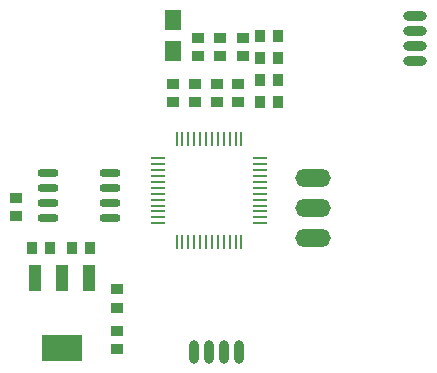
<source format=gbr>
%TF.GenerationSoftware,KiCad,Pcbnew,(5.0.2)-1*%
%TF.CreationDate,2020-06-03T15:28:38+08:00*%
%TF.ProjectId,MixRelays,4d697852-656c-4617-9973-2e6b69636164,rev?*%
%TF.SameCoordinates,Original*%
%TF.FileFunction,Paste,Bot*%
%TF.FilePolarity,Positive*%
%FSLAX46Y46*%
G04 Gerber Fmt 4.6, Leading zero omitted, Abs format (unit mm)*
G04 Created by KiCad (PCBNEW (5.0.2)-1) date 2020-06-03 15:28:38*
%MOMM*%
%LPD*%
G01*
G04 APERTURE LIST*
%ADD10O,2.000000X0.800000*%
%ADD11R,1.350000X1.800000*%
%ADD12O,0.800000X2.000000*%
%ADD13O,3.000000X1.524000*%
%ADD14R,0.980000X0.930000*%
%ADD15R,0.930000X0.980000*%
%ADD16R,0.250000X1.300000*%
%ADD17R,1.300000X0.250000*%
%ADD18O,1.800000X0.700000*%
%ADD19R,1.000000X2.200000*%
%ADD20R,3.500000X2.200000*%
G04 APERTURE END LIST*
D10*
X160804860Y-108315760D03*
X160804860Y-109585760D03*
X160804860Y-110855760D03*
X160804860Y-112125760D03*
D11*
X140357860Y-111224060D03*
X140357860Y-108604060D03*
D12*
X145869660Y-136763760D03*
X144599660Y-136763760D03*
X143329660Y-136763760D03*
X142059660Y-136763760D03*
D13*
X152168860Y-127124460D03*
X152168860Y-124584460D03*
X152168860Y-122044460D03*
D14*
X145856960Y-114014760D03*
X145856960Y-115554760D03*
D15*
X149225760Y-111859060D03*
X147685760Y-111859060D03*
X147685760Y-113713260D03*
X149225760Y-113713260D03*
D14*
X142466060Y-111706660D03*
X142466060Y-110166660D03*
D15*
X147703160Y-109941360D03*
X149243160Y-109941360D03*
D16*
X140617760Y-118735860D03*
X141117760Y-118735860D03*
X141617760Y-118735860D03*
X142117760Y-118735860D03*
X142617760Y-118735860D03*
X143117760Y-118735860D03*
X143617760Y-118735860D03*
X144117760Y-118735860D03*
X144617760Y-118735860D03*
X145117760Y-118735860D03*
X145617760Y-118735860D03*
X146117760Y-118735860D03*
D17*
X147717760Y-120335860D03*
X147717760Y-120835860D03*
X147717760Y-121335860D03*
X147717760Y-121835860D03*
X147717760Y-122335860D03*
X147717760Y-122835860D03*
X147717760Y-123335860D03*
X147717760Y-123835860D03*
X147717760Y-124335860D03*
X147717760Y-124835860D03*
X147717760Y-125335860D03*
X147717760Y-125835860D03*
D16*
X146117760Y-127435860D03*
X145617760Y-127435860D03*
X145117760Y-127435860D03*
X144617760Y-127435860D03*
X144117760Y-127435860D03*
X143617760Y-127435860D03*
X143117760Y-127435860D03*
X142617760Y-127435860D03*
X142117760Y-127435860D03*
X141617760Y-127435860D03*
X141117760Y-127435860D03*
X140617760Y-127435860D03*
D17*
X139017760Y-125835860D03*
X139017760Y-125335860D03*
X139017760Y-124835860D03*
X139017760Y-124335860D03*
X139017760Y-123835860D03*
X139017760Y-123335860D03*
X139017760Y-122835860D03*
X139017760Y-122335860D03*
X139017760Y-121835860D03*
X139017760Y-121335860D03*
X139017760Y-120835860D03*
X139017760Y-120335860D03*
D18*
X134965440Y-121612660D03*
X134965440Y-122882660D03*
X134965440Y-124152660D03*
X134965440Y-125422660D03*
X129765440Y-125422660D03*
X129765440Y-124152660D03*
X129765440Y-122882660D03*
X129765440Y-121612660D03*
D14*
X140357860Y-115575460D03*
X140357860Y-114035460D03*
X135587384Y-132973370D03*
X135587384Y-131433370D03*
D15*
X133326050Y-127947776D03*
X131786050Y-127947776D03*
X129943150Y-127945236D03*
X128403150Y-127945236D03*
D14*
X146225260Y-111693960D03*
X146225260Y-110153960D03*
X144320260Y-110166660D03*
X144320260Y-111706660D03*
X144002760Y-115554760D03*
X144002760Y-114014760D03*
X127043180Y-123682000D03*
X127043180Y-125222000D03*
X135556904Y-134930950D03*
X135556904Y-136470950D03*
X142173960Y-115567460D03*
X142173960Y-114027460D03*
D19*
X128613784Y-130440350D03*
X130913784Y-130440350D03*
D20*
X130913784Y-136440350D03*
D19*
X133213784Y-130440350D03*
D15*
X149209760Y-115554760D03*
X147669760Y-115554760D03*
M02*

</source>
